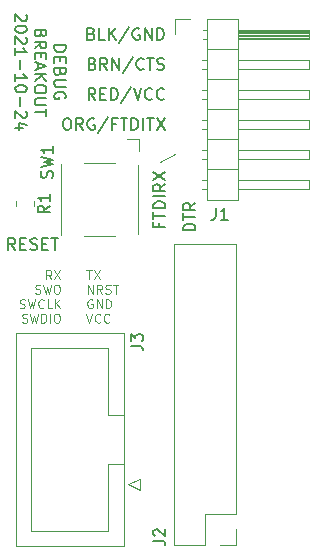
<source format=gto>
G04 #@! TF.GenerationSoftware,KiCad,Pcbnew,5.1.10*
G04 #@! TF.CreationDate,2021-10-24T19:29:33+00:00*
G04 #@! TF.ProjectId,stm32-debug-breakout,73746d33-322d-4646-9562-75672d627265,rev?*
G04 #@! TF.SameCoordinates,Original*
G04 #@! TF.FileFunction,Legend,Top*
G04 #@! TF.FilePolarity,Positive*
%FSLAX46Y46*%
G04 Gerber Fmt 4.6, Leading zero omitted, Abs format (unit mm)*
G04 Created by KiCad (PCBNEW 5.1.10) date 2021-10-24 19:29:33*
%MOMM*%
%LPD*%
G01*
G04 APERTURE LIST*
%ADD10C,0.100000*%
%ADD11C,0.150000*%
%ADD12C,0.120000*%
G04 APERTURE END LIST*
D10*
X146186428Y-94906785D02*
X146615000Y-94906785D01*
X146400714Y-95656785D02*
X146400714Y-94906785D01*
X146793571Y-94906785D02*
X147293571Y-95656785D01*
X147293571Y-94906785D02*
X146793571Y-95656785D01*
X146293571Y-96881785D02*
X146293571Y-96131785D01*
X146722142Y-96881785D01*
X146722142Y-96131785D01*
X147507857Y-96881785D02*
X147257857Y-96524642D01*
X147079285Y-96881785D02*
X147079285Y-96131785D01*
X147365000Y-96131785D01*
X147436428Y-96167500D01*
X147472142Y-96203214D01*
X147507857Y-96274642D01*
X147507857Y-96381785D01*
X147472142Y-96453214D01*
X147436428Y-96488928D01*
X147365000Y-96524642D01*
X147079285Y-96524642D01*
X147793571Y-96846071D02*
X147900714Y-96881785D01*
X148079285Y-96881785D01*
X148150714Y-96846071D01*
X148186428Y-96810357D01*
X148222142Y-96738928D01*
X148222142Y-96667500D01*
X148186428Y-96596071D01*
X148150714Y-96560357D01*
X148079285Y-96524642D01*
X147936428Y-96488928D01*
X147865000Y-96453214D01*
X147829285Y-96417500D01*
X147793571Y-96346071D01*
X147793571Y-96274642D01*
X147829285Y-96203214D01*
X147865000Y-96167500D01*
X147936428Y-96131785D01*
X148115000Y-96131785D01*
X148222142Y-96167500D01*
X148436428Y-96131785D02*
X148865000Y-96131785D01*
X148650714Y-96881785D02*
X148650714Y-96131785D01*
X146686428Y-97392500D02*
X146615000Y-97356785D01*
X146507857Y-97356785D01*
X146400714Y-97392500D01*
X146329285Y-97463928D01*
X146293571Y-97535357D01*
X146257857Y-97678214D01*
X146257857Y-97785357D01*
X146293571Y-97928214D01*
X146329285Y-97999642D01*
X146400714Y-98071071D01*
X146507857Y-98106785D01*
X146579285Y-98106785D01*
X146686428Y-98071071D01*
X146722142Y-98035357D01*
X146722142Y-97785357D01*
X146579285Y-97785357D01*
X147043571Y-98106785D02*
X147043571Y-97356785D01*
X147472142Y-98106785D01*
X147472142Y-97356785D01*
X147829285Y-98106785D02*
X147829285Y-97356785D01*
X148007857Y-97356785D01*
X148115000Y-97392500D01*
X148186428Y-97463928D01*
X148222142Y-97535357D01*
X148257857Y-97678214D01*
X148257857Y-97785357D01*
X148222142Y-97928214D01*
X148186428Y-97999642D01*
X148115000Y-98071071D01*
X148007857Y-98106785D01*
X147829285Y-98106785D01*
X146186428Y-98581785D02*
X146436428Y-99331785D01*
X146686428Y-98581785D01*
X147365000Y-99260357D02*
X147329285Y-99296071D01*
X147222142Y-99331785D01*
X147150714Y-99331785D01*
X147043571Y-99296071D01*
X146972142Y-99224642D01*
X146936428Y-99153214D01*
X146900714Y-99010357D01*
X146900714Y-98903214D01*
X146936428Y-98760357D01*
X146972142Y-98688928D01*
X147043571Y-98617500D01*
X147150714Y-98581785D01*
X147222142Y-98581785D01*
X147329285Y-98617500D01*
X147365000Y-98653214D01*
X148115000Y-99260357D02*
X148079285Y-99296071D01*
X147972142Y-99331785D01*
X147900714Y-99331785D01*
X147793571Y-99296071D01*
X147722142Y-99224642D01*
X147686428Y-99153214D01*
X147650714Y-99010357D01*
X147650714Y-98903214D01*
X147686428Y-98760357D01*
X147722142Y-98688928D01*
X147793571Y-98617500D01*
X147900714Y-98581785D01*
X147972142Y-98581785D01*
X148079285Y-98617500D01*
X148115000Y-98653214D01*
X143222857Y-95656785D02*
X142972857Y-95299642D01*
X142794285Y-95656785D02*
X142794285Y-94906785D01*
X143080000Y-94906785D01*
X143151428Y-94942500D01*
X143187142Y-94978214D01*
X143222857Y-95049642D01*
X143222857Y-95156785D01*
X143187142Y-95228214D01*
X143151428Y-95263928D01*
X143080000Y-95299642D01*
X142794285Y-95299642D01*
X143472857Y-94906785D02*
X143972857Y-95656785D01*
X143972857Y-94906785D02*
X143472857Y-95656785D01*
X141865714Y-96846071D02*
X141972857Y-96881785D01*
X142151428Y-96881785D01*
X142222857Y-96846071D01*
X142258571Y-96810357D01*
X142294285Y-96738928D01*
X142294285Y-96667500D01*
X142258571Y-96596071D01*
X142222857Y-96560357D01*
X142151428Y-96524642D01*
X142008571Y-96488928D01*
X141937142Y-96453214D01*
X141901428Y-96417500D01*
X141865714Y-96346071D01*
X141865714Y-96274642D01*
X141901428Y-96203214D01*
X141937142Y-96167500D01*
X142008571Y-96131785D01*
X142187142Y-96131785D01*
X142294285Y-96167500D01*
X142544285Y-96131785D02*
X142722857Y-96881785D01*
X142865714Y-96346071D01*
X143008571Y-96881785D01*
X143187142Y-96131785D01*
X143615714Y-96131785D02*
X143758571Y-96131785D01*
X143830000Y-96167500D01*
X143901428Y-96238928D01*
X143937142Y-96381785D01*
X143937142Y-96631785D01*
X143901428Y-96774642D01*
X143830000Y-96846071D01*
X143758571Y-96881785D01*
X143615714Y-96881785D01*
X143544285Y-96846071D01*
X143472857Y-96774642D01*
X143437142Y-96631785D01*
X143437142Y-96381785D01*
X143472857Y-96238928D01*
X143544285Y-96167500D01*
X143615714Y-96131785D01*
X140544285Y-98071071D02*
X140651428Y-98106785D01*
X140830000Y-98106785D01*
X140901428Y-98071071D01*
X140937142Y-98035357D01*
X140972857Y-97963928D01*
X140972857Y-97892500D01*
X140937142Y-97821071D01*
X140901428Y-97785357D01*
X140830000Y-97749642D01*
X140687142Y-97713928D01*
X140615714Y-97678214D01*
X140580000Y-97642500D01*
X140544285Y-97571071D01*
X140544285Y-97499642D01*
X140580000Y-97428214D01*
X140615714Y-97392500D01*
X140687142Y-97356785D01*
X140865714Y-97356785D01*
X140972857Y-97392500D01*
X141222857Y-97356785D02*
X141401428Y-98106785D01*
X141544285Y-97571071D01*
X141687142Y-98106785D01*
X141865714Y-97356785D01*
X142580000Y-98035357D02*
X142544285Y-98071071D01*
X142437142Y-98106785D01*
X142365714Y-98106785D01*
X142258571Y-98071071D01*
X142187142Y-97999642D01*
X142151428Y-97928214D01*
X142115714Y-97785357D01*
X142115714Y-97678214D01*
X142151428Y-97535357D01*
X142187142Y-97463928D01*
X142258571Y-97392500D01*
X142365714Y-97356785D01*
X142437142Y-97356785D01*
X142544285Y-97392500D01*
X142580000Y-97428214D01*
X143258571Y-98106785D02*
X142901428Y-98106785D01*
X142901428Y-97356785D01*
X143508571Y-98106785D02*
X143508571Y-97356785D01*
X143937142Y-98106785D02*
X143615714Y-97678214D01*
X143937142Y-97356785D02*
X143508571Y-97785357D01*
X140758571Y-99296071D02*
X140865714Y-99331785D01*
X141044285Y-99331785D01*
X141115714Y-99296071D01*
X141151428Y-99260357D01*
X141187142Y-99188928D01*
X141187142Y-99117500D01*
X141151428Y-99046071D01*
X141115714Y-99010357D01*
X141044285Y-98974642D01*
X140901428Y-98938928D01*
X140830000Y-98903214D01*
X140794285Y-98867500D01*
X140758571Y-98796071D01*
X140758571Y-98724642D01*
X140794285Y-98653214D01*
X140830000Y-98617500D01*
X140901428Y-98581785D01*
X141080000Y-98581785D01*
X141187142Y-98617500D01*
X141437142Y-98581785D02*
X141615714Y-99331785D01*
X141758571Y-98796071D01*
X141901428Y-99331785D01*
X142080000Y-98581785D01*
X142365714Y-99331785D02*
X142365714Y-98581785D01*
X142544285Y-98581785D01*
X142651428Y-98617500D01*
X142722857Y-98688928D01*
X142758571Y-98760357D01*
X142794285Y-98903214D01*
X142794285Y-99010357D01*
X142758571Y-99153214D01*
X142722857Y-99224642D01*
X142651428Y-99296071D01*
X142544285Y-99331785D01*
X142365714Y-99331785D01*
X143115714Y-99331785D02*
X143115714Y-98581785D01*
X143615714Y-98581785D02*
X143758571Y-98581785D01*
X143830000Y-98617500D01*
X143901428Y-98688928D01*
X143937142Y-98831785D01*
X143937142Y-99081785D01*
X143901428Y-99224642D01*
X143830000Y-99296071D01*
X143758571Y-99331785D01*
X143615714Y-99331785D01*
X143544285Y-99296071D01*
X143472857Y-99224642D01*
X143437142Y-99081785D01*
X143437142Y-98831785D01*
X143472857Y-98688928D01*
X143544285Y-98617500D01*
X143615714Y-98581785D01*
D11*
X143437619Y-75866904D02*
X144437619Y-75866904D01*
X144437619Y-76105000D01*
X144390000Y-76247857D01*
X144294761Y-76343095D01*
X144199523Y-76390714D01*
X144009047Y-76438333D01*
X143866190Y-76438333D01*
X143675714Y-76390714D01*
X143580476Y-76343095D01*
X143485238Y-76247857D01*
X143437619Y-76105000D01*
X143437619Y-75866904D01*
X143961428Y-76866904D02*
X143961428Y-77200238D01*
X143437619Y-77343095D02*
X143437619Y-76866904D01*
X144437619Y-76866904D01*
X144437619Y-77343095D01*
X143961428Y-78105000D02*
X143913809Y-78247857D01*
X143866190Y-78295476D01*
X143770952Y-78343095D01*
X143628095Y-78343095D01*
X143532857Y-78295476D01*
X143485238Y-78247857D01*
X143437619Y-78152619D01*
X143437619Y-77771666D01*
X144437619Y-77771666D01*
X144437619Y-78105000D01*
X144390000Y-78200238D01*
X144342380Y-78247857D01*
X144247142Y-78295476D01*
X144151904Y-78295476D01*
X144056666Y-78247857D01*
X144009047Y-78200238D01*
X143961428Y-78105000D01*
X143961428Y-77771666D01*
X144437619Y-78771666D02*
X143628095Y-78771666D01*
X143532857Y-78819285D01*
X143485238Y-78866904D01*
X143437619Y-78962142D01*
X143437619Y-79152619D01*
X143485238Y-79247857D01*
X143532857Y-79295476D01*
X143628095Y-79343095D01*
X144437619Y-79343095D01*
X144390000Y-80343095D02*
X144437619Y-80247857D01*
X144437619Y-80105000D01*
X144390000Y-79962142D01*
X144294761Y-79866904D01*
X144199523Y-79819285D01*
X144009047Y-79771666D01*
X143866190Y-79771666D01*
X143675714Y-79819285D01*
X143580476Y-79866904D01*
X143485238Y-79962142D01*
X143437619Y-80105000D01*
X143437619Y-80200238D01*
X143485238Y-80343095D01*
X143532857Y-80390714D01*
X143866190Y-80390714D01*
X143866190Y-80200238D01*
X142311428Y-74866904D02*
X142263809Y-75009761D01*
X142216190Y-75057380D01*
X142120952Y-75105000D01*
X141978095Y-75105000D01*
X141882857Y-75057380D01*
X141835238Y-75009761D01*
X141787619Y-74914523D01*
X141787619Y-74533571D01*
X142787619Y-74533571D01*
X142787619Y-74866904D01*
X142740000Y-74962142D01*
X142692380Y-75009761D01*
X142597142Y-75057380D01*
X142501904Y-75057380D01*
X142406666Y-75009761D01*
X142359047Y-74962142D01*
X142311428Y-74866904D01*
X142311428Y-74533571D01*
X141787619Y-76105000D02*
X142263809Y-75771666D01*
X141787619Y-75533571D02*
X142787619Y-75533571D01*
X142787619Y-75914523D01*
X142740000Y-76009761D01*
X142692380Y-76057380D01*
X142597142Y-76105000D01*
X142454285Y-76105000D01*
X142359047Y-76057380D01*
X142311428Y-76009761D01*
X142263809Y-75914523D01*
X142263809Y-75533571D01*
X142311428Y-76533571D02*
X142311428Y-76866904D01*
X141787619Y-77009761D02*
X141787619Y-76533571D01*
X142787619Y-76533571D01*
X142787619Y-77009761D01*
X142073333Y-77390714D02*
X142073333Y-77866904D01*
X141787619Y-77295476D02*
X142787619Y-77628809D01*
X141787619Y-77962142D01*
X141787619Y-78295476D02*
X142787619Y-78295476D01*
X141787619Y-78866904D02*
X142359047Y-78438333D01*
X142787619Y-78866904D02*
X142216190Y-78295476D01*
X142787619Y-79485952D02*
X142787619Y-79676428D01*
X142740000Y-79771666D01*
X142644761Y-79866904D01*
X142454285Y-79914523D01*
X142120952Y-79914523D01*
X141930476Y-79866904D01*
X141835238Y-79771666D01*
X141787619Y-79676428D01*
X141787619Y-79485952D01*
X141835238Y-79390714D01*
X141930476Y-79295476D01*
X142120952Y-79247857D01*
X142454285Y-79247857D01*
X142644761Y-79295476D01*
X142740000Y-79390714D01*
X142787619Y-79485952D01*
X142787619Y-80343095D02*
X141978095Y-80343095D01*
X141882857Y-80390714D01*
X141835238Y-80438333D01*
X141787619Y-80533571D01*
X141787619Y-80724047D01*
X141835238Y-80819285D01*
X141882857Y-80866904D01*
X141978095Y-80914523D01*
X142787619Y-80914523D01*
X142787619Y-81247857D02*
X142787619Y-81819285D01*
X141787619Y-81533571D02*
X142787619Y-81533571D01*
X141042380Y-73247857D02*
X141090000Y-73295476D01*
X141137619Y-73390714D01*
X141137619Y-73628809D01*
X141090000Y-73724047D01*
X141042380Y-73771666D01*
X140947142Y-73819285D01*
X140851904Y-73819285D01*
X140709047Y-73771666D01*
X140137619Y-73200238D01*
X140137619Y-73819285D01*
X141137619Y-74438333D02*
X141137619Y-74533571D01*
X141090000Y-74628809D01*
X141042380Y-74676428D01*
X140947142Y-74724047D01*
X140756666Y-74771666D01*
X140518571Y-74771666D01*
X140328095Y-74724047D01*
X140232857Y-74676428D01*
X140185238Y-74628809D01*
X140137619Y-74533571D01*
X140137619Y-74438333D01*
X140185238Y-74343095D01*
X140232857Y-74295476D01*
X140328095Y-74247857D01*
X140518571Y-74200238D01*
X140756666Y-74200238D01*
X140947142Y-74247857D01*
X141042380Y-74295476D01*
X141090000Y-74343095D01*
X141137619Y-74438333D01*
X141042380Y-75152619D02*
X141090000Y-75200238D01*
X141137619Y-75295476D01*
X141137619Y-75533571D01*
X141090000Y-75628809D01*
X141042380Y-75676428D01*
X140947142Y-75724047D01*
X140851904Y-75724047D01*
X140709047Y-75676428D01*
X140137619Y-75105000D01*
X140137619Y-75724047D01*
X140137619Y-76676428D02*
X140137619Y-76105000D01*
X140137619Y-76390714D02*
X141137619Y-76390714D01*
X140994761Y-76295476D01*
X140899523Y-76200238D01*
X140851904Y-76105000D01*
X140518571Y-77105000D02*
X140518571Y-77866904D01*
X140137619Y-78866904D02*
X140137619Y-78295476D01*
X140137619Y-78581190D02*
X141137619Y-78581190D01*
X140994761Y-78485952D01*
X140899523Y-78390714D01*
X140851904Y-78295476D01*
X141137619Y-79485952D02*
X141137619Y-79581190D01*
X141090000Y-79676428D01*
X141042380Y-79724047D01*
X140947142Y-79771666D01*
X140756666Y-79819285D01*
X140518571Y-79819285D01*
X140328095Y-79771666D01*
X140232857Y-79724047D01*
X140185238Y-79676428D01*
X140137619Y-79581190D01*
X140137619Y-79485952D01*
X140185238Y-79390714D01*
X140232857Y-79343095D01*
X140328095Y-79295476D01*
X140518571Y-79247857D01*
X140756666Y-79247857D01*
X140947142Y-79295476D01*
X141042380Y-79343095D01*
X141090000Y-79390714D01*
X141137619Y-79485952D01*
X140518571Y-80247857D02*
X140518571Y-81009761D01*
X141042380Y-81438333D02*
X141090000Y-81485952D01*
X141137619Y-81581190D01*
X141137619Y-81819285D01*
X141090000Y-81914523D01*
X141042380Y-81962142D01*
X140947142Y-82009761D01*
X140851904Y-82009761D01*
X140709047Y-81962142D01*
X140137619Y-81390714D01*
X140137619Y-82009761D01*
X140804285Y-82866904D02*
X140137619Y-82866904D01*
X141185238Y-82628809D02*
X140470952Y-82390714D01*
X140470952Y-83009761D01*
D12*
X152400000Y-85725000D02*
X153670000Y-85090000D01*
D11*
X155392380Y-91521309D02*
X154392380Y-91521309D01*
X154392380Y-91283214D01*
X154440000Y-91140357D01*
X154535238Y-91045119D01*
X154630476Y-90997500D01*
X154820952Y-90949880D01*
X154963809Y-90949880D01*
X155154285Y-90997500D01*
X155249523Y-91045119D01*
X155344761Y-91140357D01*
X155392380Y-91283214D01*
X155392380Y-91521309D01*
X154392380Y-90664166D02*
X154392380Y-90092738D01*
X155392380Y-90378452D02*
X154392380Y-90378452D01*
X155392380Y-89187976D02*
X154916190Y-89521309D01*
X155392380Y-89759404D02*
X154392380Y-89759404D01*
X154392380Y-89378452D01*
X154440000Y-89283214D01*
X154487619Y-89235595D01*
X154582857Y-89187976D01*
X154725714Y-89187976D01*
X154820952Y-89235595D01*
X154868571Y-89283214D01*
X154916190Y-89378452D01*
X154916190Y-89759404D01*
X152328571Y-90933690D02*
X152328571Y-91267023D01*
X152852380Y-91267023D02*
X151852380Y-91267023D01*
X151852380Y-90790833D01*
X151852380Y-90552738D02*
X151852380Y-89981309D01*
X152852380Y-90267023D02*
X151852380Y-90267023D01*
X152852380Y-89647976D02*
X151852380Y-89647976D01*
X151852380Y-89409880D01*
X151900000Y-89267023D01*
X151995238Y-89171785D01*
X152090476Y-89124166D01*
X152280952Y-89076547D01*
X152423809Y-89076547D01*
X152614285Y-89124166D01*
X152709523Y-89171785D01*
X152804761Y-89267023D01*
X152852380Y-89409880D01*
X152852380Y-89647976D01*
X152852380Y-88647976D02*
X151852380Y-88647976D01*
X152852380Y-87600357D02*
X152376190Y-87933690D01*
X152852380Y-88171785D02*
X151852380Y-88171785D01*
X151852380Y-87790833D01*
X151900000Y-87695595D01*
X151947619Y-87647976D01*
X152042857Y-87600357D01*
X152185714Y-87600357D01*
X152280952Y-87647976D01*
X152328571Y-87695595D01*
X152376190Y-87790833D01*
X152376190Y-88171785D01*
X151852380Y-87267023D02*
X152852380Y-86600357D01*
X151852380Y-86600357D02*
X152852380Y-87267023D01*
X144461309Y-82002380D02*
X144651785Y-82002380D01*
X144747023Y-82050000D01*
X144842261Y-82145238D01*
X144889880Y-82335714D01*
X144889880Y-82669047D01*
X144842261Y-82859523D01*
X144747023Y-82954761D01*
X144651785Y-83002380D01*
X144461309Y-83002380D01*
X144366071Y-82954761D01*
X144270833Y-82859523D01*
X144223214Y-82669047D01*
X144223214Y-82335714D01*
X144270833Y-82145238D01*
X144366071Y-82050000D01*
X144461309Y-82002380D01*
X145889880Y-83002380D02*
X145556547Y-82526190D01*
X145318452Y-83002380D02*
X145318452Y-82002380D01*
X145699404Y-82002380D01*
X145794642Y-82050000D01*
X145842261Y-82097619D01*
X145889880Y-82192857D01*
X145889880Y-82335714D01*
X145842261Y-82430952D01*
X145794642Y-82478571D01*
X145699404Y-82526190D01*
X145318452Y-82526190D01*
X146842261Y-82050000D02*
X146747023Y-82002380D01*
X146604166Y-82002380D01*
X146461309Y-82050000D01*
X146366071Y-82145238D01*
X146318452Y-82240476D01*
X146270833Y-82430952D01*
X146270833Y-82573809D01*
X146318452Y-82764285D01*
X146366071Y-82859523D01*
X146461309Y-82954761D01*
X146604166Y-83002380D01*
X146699404Y-83002380D01*
X146842261Y-82954761D01*
X146889880Y-82907142D01*
X146889880Y-82573809D01*
X146699404Y-82573809D01*
X148032738Y-81954761D02*
X147175595Y-83240476D01*
X148699404Y-82478571D02*
X148366071Y-82478571D01*
X148366071Y-83002380D02*
X148366071Y-82002380D01*
X148842261Y-82002380D01*
X149080357Y-82002380D02*
X149651785Y-82002380D01*
X149366071Y-83002380D02*
X149366071Y-82002380D01*
X149985119Y-83002380D02*
X149985119Y-82002380D01*
X150223214Y-82002380D01*
X150366071Y-82050000D01*
X150461309Y-82145238D01*
X150508928Y-82240476D01*
X150556547Y-82430952D01*
X150556547Y-82573809D01*
X150508928Y-82764285D01*
X150461309Y-82859523D01*
X150366071Y-82954761D01*
X150223214Y-83002380D01*
X149985119Y-83002380D01*
X150985119Y-83002380D02*
X150985119Y-82002380D01*
X151318452Y-82002380D02*
X151889880Y-82002380D01*
X151604166Y-83002380D02*
X151604166Y-82002380D01*
X152127976Y-82002380D02*
X152794642Y-83002380D01*
X152794642Y-82002380D02*
X152127976Y-83002380D01*
X146937500Y-80462380D02*
X146604166Y-79986190D01*
X146366071Y-80462380D02*
X146366071Y-79462380D01*
X146747023Y-79462380D01*
X146842261Y-79510000D01*
X146889880Y-79557619D01*
X146937500Y-79652857D01*
X146937500Y-79795714D01*
X146889880Y-79890952D01*
X146842261Y-79938571D01*
X146747023Y-79986190D01*
X146366071Y-79986190D01*
X147366071Y-79938571D02*
X147699404Y-79938571D01*
X147842261Y-80462380D02*
X147366071Y-80462380D01*
X147366071Y-79462380D01*
X147842261Y-79462380D01*
X148270833Y-80462380D02*
X148270833Y-79462380D01*
X148508928Y-79462380D01*
X148651785Y-79510000D01*
X148747023Y-79605238D01*
X148794642Y-79700476D01*
X148842261Y-79890952D01*
X148842261Y-80033809D01*
X148794642Y-80224285D01*
X148747023Y-80319523D01*
X148651785Y-80414761D01*
X148508928Y-80462380D01*
X148270833Y-80462380D01*
X149985119Y-79414761D02*
X149127976Y-80700476D01*
X150175595Y-79462380D02*
X150508928Y-80462380D01*
X150842261Y-79462380D01*
X151747023Y-80367142D02*
X151699404Y-80414761D01*
X151556547Y-80462380D01*
X151461309Y-80462380D01*
X151318452Y-80414761D01*
X151223214Y-80319523D01*
X151175595Y-80224285D01*
X151127976Y-80033809D01*
X151127976Y-79890952D01*
X151175595Y-79700476D01*
X151223214Y-79605238D01*
X151318452Y-79510000D01*
X151461309Y-79462380D01*
X151556547Y-79462380D01*
X151699404Y-79510000D01*
X151747023Y-79557619D01*
X152747023Y-80367142D02*
X152699404Y-80414761D01*
X152556547Y-80462380D01*
X152461309Y-80462380D01*
X152318452Y-80414761D01*
X152223214Y-80319523D01*
X152175595Y-80224285D01*
X152127976Y-80033809D01*
X152127976Y-79890952D01*
X152175595Y-79700476D01*
X152223214Y-79605238D01*
X152318452Y-79510000D01*
X152461309Y-79462380D01*
X152556547Y-79462380D01*
X152699404Y-79510000D01*
X152747023Y-79557619D01*
X146699404Y-77398571D02*
X146842261Y-77446190D01*
X146889880Y-77493809D01*
X146937500Y-77589047D01*
X146937500Y-77731904D01*
X146889880Y-77827142D01*
X146842261Y-77874761D01*
X146747023Y-77922380D01*
X146366071Y-77922380D01*
X146366071Y-76922380D01*
X146699404Y-76922380D01*
X146794642Y-76970000D01*
X146842261Y-77017619D01*
X146889880Y-77112857D01*
X146889880Y-77208095D01*
X146842261Y-77303333D01*
X146794642Y-77350952D01*
X146699404Y-77398571D01*
X146366071Y-77398571D01*
X147937500Y-77922380D02*
X147604166Y-77446190D01*
X147366071Y-77922380D02*
X147366071Y-76922380D01*
X147747023Y-76922380D01*
X147842261Y-76970000D01*
X147889880Y-77017619D01*
X147937500Y-77112857D01*
X147937500Y-77255714D01*
X147889880Y-77350952D01*
X147842261Y-77398571D01*
X147747023Y-77446190D01*
X147366071Y-77446190D01*
X148366071Y-77922380D02*
X148366071Y-76922380D01*
X148937500Y-77922380D01*
X148937500Y-76922380D01*
X150127976Y-76874761D02*
X149270833Y-78160476D01*
X151032738Y-77827142D02*
X150985119Y-77874761D01*
X150842261Y-77922380D01*
X150747023Y-77922380D01*
X150604166Y-77874761D01*
X150508928Y-77779523D01*
X150461309Y-77684285D01*
X150413690Y-77493809D01*
X150413690Y-77350952D01*
X150461309Y-77160476D01*
X150508928Y-77065238D01*
X150604166Y-76970000D01*
X150747023Y-76922380D01*
X150842261Y-76922380D01*
X150985119Y-76970000D01*
X151032738Y-77017619D01*
X151318452Y-76922380D02*
X151889880Y-76922380D01*
X151604166Y-77922380D02*
X151604166Y-76922380D01*
X152175595Y-77874761D02*
X152318452Y-77922380D01*
X152556547Y-77922380D01*
X152651785Y-77874761D01*
X152699404Y-77827142D01*
X152747023Y-77731904D01*
X152747023Y-77636666D01*
X152699404Y-77541428D01*
X152651785Y-77493809D01*
X152556547Y-77446190D01*
X152366071Y-77398571D01*
X152270833Y-77350952D01*
X152223214Y-77303333D01*
X152175595Y-77208095D01*
X152175595Y-77112857D01*
X152223214Y-77017619D01*
X152270833Y-76970000D01*
X152366071Y-76922380D01*
X152604166Y-76922380D01*
X152747023Y-76970000D01*
X146604166Y-74858571D02*
X146747023Y-74906190D01*
X146794642Y-74953809D01*
X146842261Y-75049047D01*
X146842261Y-75191904D01*
X146794642Y-75287142D01*
X146747023Y-75334761D01*
X146651785Y-75382380D01*
X146270833Y-75382380D01*
X146270833Y-74382380D01*
X146604166Y-74382380D01*
X146699404Y-74430000D01*
X146747023Y-74477619D01*
X146794642Y-74572857D01*
X146794642Y-74668095D01*
X146747023Y-74763333D01*
X146699404Y-74810952D01*
X146604166Y-74858571D01*
X146270833Y-74858571D01*
X147747023Y-75382380D02*
X147270833Y-75382380D01*
X147270833Y-74382380D01*
X148080357Y-75382380D02*
X148080357Y-74382380D01*
X148651785Y-75382380D02*
X148223214Y-74810952D01*
X148651785Y-74382380D02*
X148080357Y-74953809D01*
X149794642Y-74334761D02*
X148937500Y-75620476D01*
X150651785Y-74430000D02*
X150556547Y-74382380D01*
X150413690Y-74382380D01*
X150270833Y-74430000D01*
X150175595Y-74525238D01*
X150127976Y-74620476D01*
X150080357Y-74810952D01*
X150080357Y-74953809D01*
X150127976Y-75144285D01*
X150175595Y-75239523D01*
X150270833Y-75334761D01*
X150413690Y-75382380D01*
X150508928Y-75382380D01*
X150651785Y-75334761D01*
X150699404Y-75287142D01*
X150699404Y-74953809D01*
X150508928Y-74953809D01*
X151127976Y-75382380D02*
X151127976Y-74382380D01*
X151699404Y-75382380D01*
X151699404Y-74382380D01*
X152175595Y-75382380D02*
X152175595Y-74382380D01*
X152413690Y-74382380D01*
X152556547Y-74430000D01*
X152651785Y-74525238D01*
X152699404Y-74620476D01*
X152747023Y-74810952D01*
X152747023Y-74953809D01*
X152699404Y-75144285D01*
X152651785Y-75239523D01*
X152556547Y-75334761D01*
X152413690Y-75382380D01*
X152175595Y-75382380D01*
X140152619Y-93162380D02*
X139819285Y-92686190D01*
X139581190Y-93162380D02*
X139581190Y-92162380D01*
X139962142Y-92162380D01*
X140057380Y-92210000D01*
X140105000Y-92257619D01*
X140152619Y-92352857D01*
X140152619Y-92495714D01*
X140105000Y-92590952D01*
X140057380Y-92638571D01*
X139962142Y-92686190D01*
X139581190Y-92686190D01*
X140581190Y-92638571D02*
X140914523Y-92638571D01*
X141057380Y-93162380D02*
X140581190Y-93162380D01*
X140581190Y-92162380D01*
X141057380Y-92162380D01*
X141438333Y-93114761D02*
X141581190Y-93162380D01*
X141819285Y-93162380D01*
X141914523Y-93114761D01*
X141962142Y-93067142D01*
X142009761Y-92971904D01*
X142009761Y-92876666D01*
X141962142Y-92781428D01*
X141914523Y-92733809D01*
X141819285Y-92686190D01*
X141628809Y-92638571D01*
X141533571Y-92590952D01*
X141485952Y-92543333D01*
X141438333Y-92448095D01*
X141438333Y-92352857D01*
X141485952Y-92257619D01*
X141533571Y-92210000D01*
X141628809Y-92162380D01*
X141866904Y-92162380D01*
X142009761Y-92210000D01*
X142438333Y-92638571D02*
X142771666Y-92638571D01*
X142914523Y-93162380D02*
X142438333Y-93162380D01*
X142438333Y-92162380D01*
X142914523Y-92162380D01*
X143200238Y-92162380D02*
X143771666Y-92162380D01*
X143485952Y-93162380D02*
X143485952Y-92162380D01*
D12*
G04 #@! TO.C,SW1*
X150620000Y-83800000D02*
X150620000Y-84800000D01*
X149620000Y-83800000D02*
X150620000Y-83800000D01*
X148620000Y-85800000D02*
X146020000Y-85800000D01*
X148620000Y-92000000D02*
X146020000Y-92000000D01*
X144070000Y-91900000D02*
X144070000Y-85900000D01*
X150570000Y-91800000D02*
X150570000Y-86000000D01*
G04 #@! TO.C,R1*
X141705000Y-89030436D02*
X141705000Y-89484564D01*
X140235000Y-89030436D02*
X140235000Y-89484564D01*
G04 #@! TO.C,J3*
X149340000Y-118240000D02*
X140220000Y-118240000D01*
X140220000Y-118240000D02*
X140220000Y-100200000D01*
X140220000Y-100200000D02*
X149340000Y-100200000D01*
X149340000Y-100200000D02*
X149340000Y-118240000D01*
X149340000Y-111270000D02*
X148030000Y-111270000D01*
X148030000Y-111270000D02*
X148030000Y-116940000D01*
X148030000Y-116940000D02*
X141530000Y-116940000D01*
X141530000Y-116940000D02*
X141530000Y-101500000D01*
X141530000Y-101500000D02*
X148030000Y-101500000D01*
X148030000Y-101500000D02*
X148030000Y-107170000D01*
X148030000Y-107170000D02*
X148030000Y-107170000D01*
X148030000Y-107170000D02*
X149340000Y-107170000D01*
X149730000Y-113030000D02*
X150730000Y-113530000D01*
X150730000Y-113530000D02*
X150730000Y-112530000D01*
X150730000Y-112530000D02*
X149730000Y-113030000D01*
G04 #@! TO.C,J2*
X158810000Y-92650000D02*
X153610000Y-92650000D01*
X158810000Y-115570000D02*
X158810000Y-92650000D01*
X153610000Y-118170000D02*
X153610000Y-92650000D01*
X158810000Y-115570000D02*
X156210000Y-115570000D01*
X156210000Y-115570000D02*
X156210000Y-118170000D01*
X156210000Y-118170000D02*
X153610000Y-118170000D01*
X158810000Y-116840000D02*
X158810000Y-118170000D01*
X158810000Y-118170000D02*
X157480000Y-118170000D01*
G04 #@! TO.C,J1*
X156380000Y-73600000D02*
X156380000Y-88960000D01*
X156380000Y-88960000D02*
X159040000Y-88960000D01*
X159040000Y-88960000D02*
X159040000Y-73600000D01*
X159040000Y-73600000D02*
X156380000Y-73600000D01*
X159040000Y-74550000D02*
X165040000Y-74550000D01*
X165040000Y-74550000D02*
X165040000Y-75310000D01*
X165040000Y-75310000D02*
X159040000Y-75310000D01*
X159040000Y-74610000D02*
X165040000Y-74610000D01*
X159040000Y-74730000D02*
X165040000Y-74730000D01*
X159040000Y-74850000D02*
X165040000Y-74850000D01*
X159040000Y-74970000D02*
X165040000Y-74970000D01*
X159040000Y-75090000D02*
X165040000Y-75090000D01*
X159040000Y-75210000D02*
X165040000Y-75210000D01*
X156050000Y-74550000D02*
X156380000Y-74550000D01*
X156050000Y-75310000D02*
X156380000Y-75310000D01*
X156380000Y-76200000D02*
X159040000Y-76200000D01*
X159040000Y-77090000D02*
X165040000Y-77090000D01*
X165040000Y-77090000D02*
X165040000Y-77850000D01*
X165040000Y-77850000D02*
X159040000Y-77850000D01*
X155982929Y-77090000D02*
X156380000Y-77090000D01*
X155982929Y-77850000D02*
X156380000Y-77850000D01*
X156380000Y-78740000D02*
X159040000Y-78740000D01*
X159040000Y-79630000D02*
X165040000Y-79630000D01*
X165040000Y-79630000D02*
X165040000Y-80390000D01*
X165040000Y-80390000D02*
X159040000Y-80390000D01*
X155982929Y-79630000D02*
X156380000Y-79630000D01*
X155982929Y-80390000D02*
X156380000Y-80390000D01*
X156380000Y-81280000D02*
X159040000Y-81280000D01*
X159040000Y-82170000D02*
X165040000Y-82170000D01*
X165040000Y-82170000D02*
X165040000Y-82930000D01*
X165040000Y-82930000D02*
X159040000Y-82930000D01*
X155982929Y-82170000D02*
X156380000Y-82170000D01*
X155982929Y-82930000D02*
X156380000Y-82930000D01*
X156380000Y-83820000D02*
X159040000Y-83820000D01*
X159040000Y-84710000D02*
X165040000Y-84710000D01*
X165040000Y-84710000D02*
X165040000Y-85470000D01*
X165040000Y-85470000D02*
X159040000Y-85470000D01*
X155982929Y-84710000D02*
X156380000Y-84710000D01*
X155982929Y-85470000D02*
X156380000Y-85470000D01*
X156380000Y-86360000D02*
X159040000Y-86360000D01*
X159040000Y-87250000D02*
X165040000Y-87250000D01*
X165040000Y-87250000D02*
X165040000Y-88010000D01*
X165040000Y-88010000D02*
X159040000Y-88010000D01*
X155982929Y-87250000D02*
X156380000Y-87250000D01*
X155982929Y-88010000D02*
X156380000Y-88010000D01*
X153670000Y-74930000D02*
X153670000Y-73660000D01*
X153670000Y-73660000D02*
X154940000Y-73660000D01*
G04 #@! TO.C,SW1*
D11*
X143279761Y-87058333D02*
X143327380Y-86915476D01*
X143327380Y-86677380D01*
X143279761Y-86582142D01*
X143232142Y-86534523D01*
X143136904Y-86486904D01*
X143041666Y-86486904D01*
X142946428Y-86534523D01*
X142898809Y-86582142D01*
X142851190Y-86677380D01*
X142803571Y-86867857D01*
X142755952Y-86963095D01*
X142708333Y-87010714D01*
X142613095Y-87058333D01*
X142517857Y-87058333D01*
X142422619Y-87010714D01*
X142375000Y-86963095D01*
X142327380Y-86867857D01*
X142327380Y-86629761D01*
X142375000Y-86486904D01*
X142327380Y-86153571D02*
X143327380Y-85915476D01*
X142613095Y-85725000D01*
X143327380Y-85534523D01*
X142327380Y-85296428D01*
X143327380Y-84391666D02*
X143327380Y-84963095D01*
X143327380Y-84677380D02*
X142327380Y-84677380D01*
X142470238Y-84772619D01*
X142565476Y-84867857D01*
X142613095Y-84963095D01*
G04 #@! TO.C,R1*
X143072380Y-89424166D02*
X142596190Y-89757500D01*
X143072380Y-89995595D02*
X142072380Y-89995595D01*
X142072380Y-89614642D01*
X142120000Y-89519404D01*
X142167619Y-89471785D01*
X142262857Y-89424166D01*
X142405714Y-89424166D01*
X142500952Y-89471785D01*
X142548571Y-89519404D01*
X142596190Y-89614642D01*
X142596190Y-89995595D01*
X143072380Y-88471785D02*
X143072380Y-89043214D01*
X143072380Y-88757500D02*
X142072380Y-88757500D01*
X142215238Y-88852738D01*
X142310476Y-88947976D01*
X142358095Y-89043214D01*
G04 #@! TO.C,J3*
X149947380Y-101298333D02*
X150661666Y-101298333D01*
X150804523Y-101345952D01*
X150899761Y-101441190D01*
X150947380Y-101584047D01*
X150947380Y-101679285D01*
X149947380Y-100917380D02*
X149947380Y-100298333D01*
X150328333Y-100631666D01*
X150328333Y-100488809D01*
X150375952Y-100393571D01*
X150423571Y-100345952D01*
X150518809Y-100298333D01*
X150756904Y-100298333D01*
X150852142Y-100345952D01*
X150899761Y-100393571D01*
X150947380Y-100488809D01*
X150947380Y-100774523D01*
X150899761Y-100869761D01*
X150852142Y-100917380D01*
G04 #@! TO.C,J2*
X151852380Y-117808333D02*
X152566666Y-117808333D01*
X152709523Y-117855952D01*
X152804761Y-117951190D01*
X152852380Y-118094047D01*
X152852380Y-118189285D01*
X151947619Y-117379761D02*
X151900000Y-117332142D01*
X151852380Y-117236904D01*
X151852380Y-116998809D01*
X151900000Y-116903571D01*
X151947619Y-116855952D01*
X152042857Y-116808333D01*
X152138095Y-116808333D01*
X152280952Y-116855952D01*
X152852380Y-117427380D01*
X152852380Y-116808333D01*
G04 #@! TO.C,J1*
X157146666Y-89622380D02*
X157146666Y-90336666D01*
X157099047Y-90479523D01*
X157003809Y-90574761D01*
X156860952Y-90622380D01*
X156765714Y-90622380D01*
X158146666Y-90622380D02*
X157575238Y-90622380D01*
X157860952Y-90622380D02*
X157860952Y-89622380D01*
X157765714Y-89765238D01*
X157670476Y-89860476D01*
X157575238Y-89908095D01*
G04 #@! TD*
M02*

</source>
